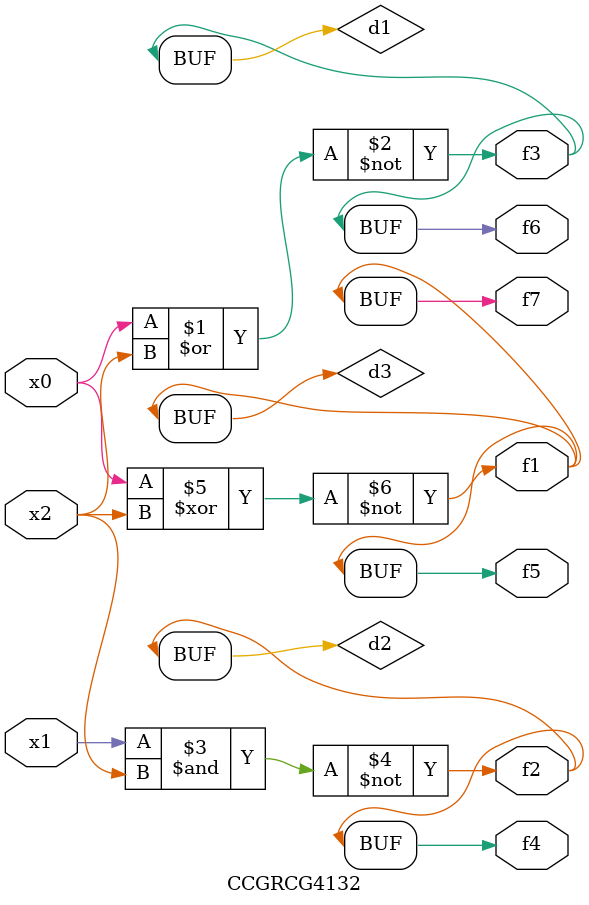
<source format=v>
module CCGRCG4132(
	input x0, x1, x2,
	output f1, f2, f3, f4, f5, f6, f7
);

	wire d1, d2, d3;

	nor (d1, x0, x2);
	nand (d2, x1, x2);
	xnor (d3, x0, x2);
	assign f1 = d3;
	assign f2 = d2;
	assign f3 = d1;
	assign f4 = d2;
	assign f5 = d3;
	assign f6 = d1;
	assign f7 = d3;
endmodule

</source>
